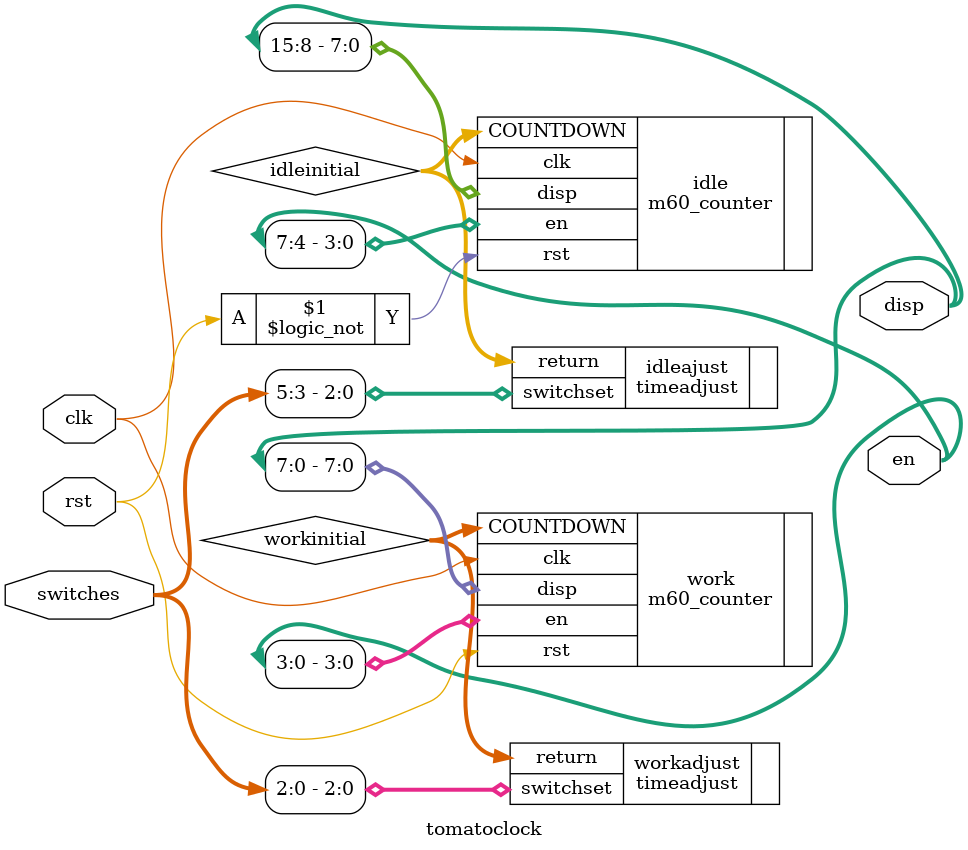
<source format=v>
`timescale 1ns / 1ps


module tomatoclock(
    input clk,
    input rst,
    input [5:0] switches,
    output [15:0] disp,
    output [7:0] en
    );
    
    wire [7:0] workinitial, idleinitial;
    timeadjust #(.at256(128), .b(0))
    idleajust(
    .switchset(switches[5:3]),
    .return(idleinitial)
    );
    
    timeadjust  #(.at256(640), .b(14))
    workadjust(
    .switchset(switches[2:0]),
    .return(workinitial)
    );
    
 m60_counter work(
    .COUNTDOWN(workinitial),
    .clk(clk),
    .rst(rst),
    .disp(disp[7:0]),
    .en(en[3:0])
    );
    
  m60_counter idle(
    .COUNTDOWN(idleinitial),
    .clk(clk),
    .rst(!rst),
    .disp(disp[15:8]),
    .en(en[7:4])
    );
    
endmodule

</source>
